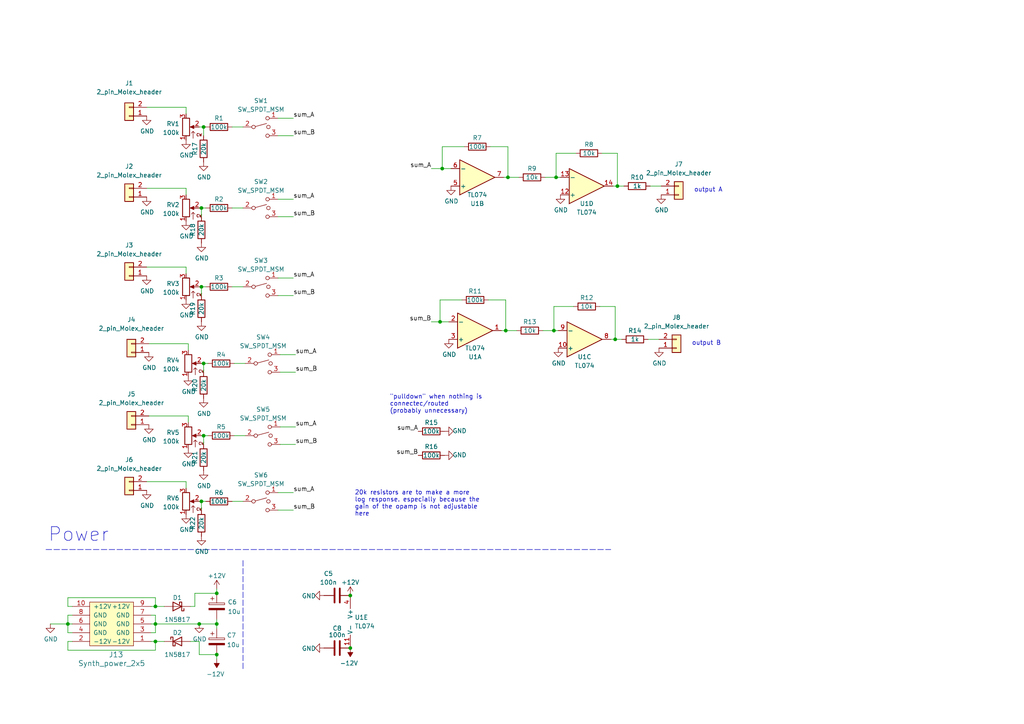
<source format=kicad_sch>
(kicad_sch (version 20211123) (generator eeschema)
  (paper "A4")
  (lib_symbols
    (symbol "Device:C" (pin_numbers hide) (pin_names (offset 0.254))
      (property "Reference" "C" (at 0.635 2.54 0))
      (property "Value" "C" (at 0.635 -2.54 0))
      (symbol "C_0_1"
        (polyline (pts (xy -2.032 -0.762) (xy 2.032 -0.762)) (stroke (width 0.508)))
        (polyline (pts (xy -2.032 0.762) (xy 2.032 0.762)) (stroke (width 0.508)))
      )
      (symbol "C_1_1"
        (pin passive line (at 0 3.81 270) (length 2.794) (name "~") (number "1"))
        (pin passive line (at 0 -3.81 90) (length 2.794) (name "~") (number "2"))
      )
    )
    (symbol "ao_symbols:1N5817" (pin_numbers hide) (pin_names (offset 1.016) hide)
      (property "Reference" "D" (at 0 2.54 0))
      (property "Value" "1N5817" (at 0 -2.54 0))
      (symbol "1N5817_0_1"
        (polyline (pts (xy 1.27 0) (xy -1.27 0)))
        (polyline (pts (xy 1.27 1.27) (xy 1.27 -1.27) (xy -1.27 0) (xy 1.27 1.27)) (stroke (width 0.254)))
        (polyline (pts (xy -1.905 0.635) (xy -1.905 1.27) (xy -1.27 1.27) (xy -1.27 -1.27) (xy -0.635 -1.27) (xy -0.635 -0.635)) (stroke (width 0.254)))
      )
      (symbol "1N5817_1_1"
        (pin passive line (at -3.81 0 0) (length 2.54) (name "K") (number "1"))
        (pin passive line (at 3.81 0 180) (length 2.54) (name "A") (number "2"))
      )
    )
    (symbol "ao_symbols:2_pin_Molex_header" (pin_names (offset 1.016) hide)
      (property "Reference" "J" (at 0 2.54 0))
      (property "Value" "2_pin_Molex_header" (at 0 -5.08 0))
      (symbol "2_pin_Molex_header_1_1"
        (rectangle (start -1.27 -2.413) (end 0 -2.667) (stroke (width 0.1524)))
        (rectangle (start -1.27 0.127) (end 0 -0.127) (stroke (width 0.1524)))
        (rectangle (start -1.27 1.27) (end 1.27 -3.81) (stroke (width 0.254)) (fill (type background)))
        (pin passive line (at -5.08 0 0) (length 3.81) (name "Pin_1") (number "1"))
        (pin passive line (at -5.08 -2.54 0) (length 3.81) (name "Pin_2") (number "2"))
      )
    )
    (symbol "ao_symbols:CP" (pin_numbers hide) (pin_names (offset 0.254))
      (property "Reference" "C" (at 0.635 2.54 0))
      (property "Value" "CP" (at 0.635 -2.54 0))
      (symbol "CP_0_1"
        (rectangle (start -2.286 0.508) (end 2.286 1.016))
        (polyline (pts (xy -1.778 2.286) (xy -0.762 2.286)))
        (polyline (pts (xy -1.27 2.794) (xy -1.27 1.778)))
        (rectangle (start 2.286 -0.508) (end -2.286 -1.016) (fill (type outline)))
      )
      (symbol "CP_1_1"
        (pin passive line (at 0 3.81 270) (length 2.794) (name "~") (number "1"))
        (pin passive line (at 0 -3.81 90) (length 2.794) (name "~") (number "2"))
      )
    )
    (symbol "ao_symbols:R" (pin_numbers hide) (pin_names (offset 0))
      (property "Reference" "R" (at 2.032 0 90))
      (property "Value" "R" (at 0 0 90))
      (symbol "R_0_1"
        (rectangle (start -1.016 -2.54) (end 1.016 2.54) (stroke (width 0.254)))
      )
      (symbol "R_1_1"
        (pin passive line (at 0 3.81 270) (length 1.27) (name "~") (number "1"))
        (pin passive line (at 0 -3.81 90) (length 1.27) (name "~") (number "2"))
      )
    )
    (symbol "ao_symbols:R_POT" (pin_names (offset 1.016) hide)
      (property "Reference" "RV" (at -4.445 0 90))
      (property "Value" "R_POT" (at -2.54 0 90))
      (symbol "R_POT_0_0"
        (text "CW" (at 3.81 -2.286 0) (effects (font (size 0.762 0.762))))
      )
      (symbol "R_POT_0_1"
        (rectangle (start -1.016 2.54) (end 1.016 -2.54) (stroke (width 0.254)))
        (polyline (pts (xy 2.032 -3.302) (xy 2.032 -1.27)) (stroke (width 0.1524)))
        (polyline (pts (xy 2.54 0) (xy 1.524 0)))
        (polyline (pts (xy 2.54 -1.778) (xy 2.032 -1.27) (xy 1.524 -1.778)) (stroke (width 0.1524)))
        (polyline (pts (xy 1.143 0) (xy 2.286 -0.508) (xy 2.286 0.508) (xy 1.143 0)) (fill (type outline)))
      )
      (symbol "R_POT_1_1"
        (pin passive line (at 0 -3.81 90) (length 1.27) (name "1") (number "1"))
        (pin passive line (at 3.81 0 180) (length 1.27) (name "2") (number "2"))
        (pin passive line (at 0 3.81 270) (length 1.27) (name "3") (number "3"))
      )
    )
    (symbol "ao_symbols:SW_SPDT_MSM" (pin_names (offset 0) hide)
      (property "Reference" "SW" (at 0 5.08 0))
      (property "Value" "SW_SPDT_MSM" (at 0 -5.08 0))
      (symbol "SW_SPDT_MSM_0_0"
        (circle (center -2.032 0) (radius 0.508))
        (polyline (pts (xy -1.524 0.127) (xy 1.778 1.016)))
        (circle (center 2.032 -2.54) (radius 0.508))
      )
      (symbol "SW_SPDT_MSM_0_1"
        (circle (center 2.032 2.54) (radius 0.508))
        (circle (center 2.286 0) (radius 0.508))
      )
      (symbol "SW_SPDT_MSM_1_1"
        (pin passive line (at 5.08 2.54 180) (length 2.54) (name "1") (number "1"))
        (pin passive line (at -5.08 0 0) (length 2.54) (name "2") (number "2"))
        (pin passive line (at 5.08 -2.54 180) (length 2.54) (name "3") (number "3"))
      )
    )
    (symbol "ao_symbols:Synth_power_2x5" (pin_names (offset 1.016))
      (property "Reference" "J" (at 0 -7.62 0))
      (property "Value" "Synth_power_2x5" (at 0 7.62 0))
      (symbol "Synth_power_2x5_0_1"
        (rectangle (start -6.35 6.35) (end 6.35 -6.35) (fill (type background)))
      )
      (symbol "Synth_power_2x5_1_1"
        (pin power_out line (at 11.43 -5.08 180) (length 5.08) (name "-12V") (number "1"))
        (pin passive line (at -11.43 5.08 0) (length 5.08) (name "+12V") (number "10"))
        (pin passive line (at -11.43 -5.08 0) (length 5.08) (name "-12V") (number "2"))
        (pin power_out line (at 11.43 -2.54 180) (length 5.08) (name "GND") (number "3"))
        (pin passive line (at -11.43 -2.54 0) (length 5.08) (name "GND") (number "4"))
        (pin passive line (at 11.43 0 180) (length 5.08) (name "GND") (number "5"))
        (pin passive line (at -11.43 0 0) (length 5.08) (name "GND") (number "6"))
        (pin passive line (at 11.43 2.54 180) (length 5.08) (name "GND") (number "7"))
        (pin passive line (at -11.43 2.54 0) (length 5.08) (name "GND") (number "8"))
        (pin power_out line (at 11.43 5.08 180) (length 5.08) (name "+12V") (number "9"))
      )
    )
    (symbol "ao_symbols:TL074" (pin_names (offset 0.127))
      (property "Reference" "U" (at 0 5.08 0))
      (property "Value" "TL074" (at 0 -5.08 0))
      (symbol "TL074_1_1"
        (polyline (pts (xy -5.08 5.08) (xy 5.08 0) (xy -5.08 -5.08) (xy -5.08 5.08)) (stroke (width 0.254)) (fill (type background)))
        (pin output line (at 7.62 0 180) (length 2.54) (name "~") (number "1"))
        (pin input line (at -7.62 -2.54 0) (length 2.54) (name "-") (number "2"))
        (pin input line (at -7.62 2.54 0) (length 2.54) (name "+") (number "3"))
      )
      (symbol "TL074_2_1"
        (polyline (pts (xy -5.08 5.08) (xy 5.08 0) (xy -5.08 -5.08) (xy -5.08 5.08)) (stroke (width 0.254)) (fill (type background)))
        (pin input line (at -7.62 2.54 0) (length 2.54) (name "+") (number "5"))
        (pin input line (at -7.62 -2.54 0) (length 2.54) (name "-") (number "6"))
        (pin output line (at 7.62 0 180) (length 2.54) (name "~") (number "7"))
      )
      (symbol "TL074_3_1"
        (polyline (pts (xy -5.08 5.08) (xy 5.08 0) (xy -5.08 -5.08) (xy -5.08 5.08)) (stroke (width 0.254)) (fill (type background)))
        (pin input line (at -7.62 2.54 0) (length 2.54) (name "+") (number "10"))
        (pin output line (at 7.62 0 180) (length 2.54) (name "~") (number "8"))
        (pin input line (at -7.62 -2.54 0) (length 2.54) (name "-") (number "9"))
      )
      (symbol "TL074_4_1"
        (polyline (pts (xy -5.08 5.08) (xy 5.08 0) (xy -5.08 -5.08) (xy -5.08 5.08)) (stroke (width 0.254)) (fill (type background)))
        (pin input line (at -7.62 2.54 0) (length 2.54) (name "+") (number "12"))
        (pin input line (at -7.62 -2.54 0) (length 2.54) (name "-") (number "13"))
        (pin output line (at 7.62 0 180) (length 2.54) (name "~") (number "14"))
      )
      (symbol "TL074_5_1"
        (pin power_in line (at -2.54 -7.62 90) (length 3.81) (name "V-") (number "11"))
        (pin power_in line (at -2.54 7.62 270) (length 3.81) (name "V+") (number "4"))
      )
    )
    (symbol "power:+12V" (power) (pin_names (offset 0))
      (property "Value" "+12V" (at 0 3.556 0))
      (symbol "+12V_0_1"
        (polyline (pts (xy -0.762 1.27) (xy 0 2.54)))
        (polyline (pts (xy 0 0) (xy 0 2.54)))
        (polyline (pts (xy 0 2.54) (xy 0.762 1.27)))
      )
      (symbol "+12V_1_1"
        (pin power_in line (at 0 0 90) (length 0) hide (name "+12V") (number "1"))
      )
    )
    (symbol "power:-12V" (power) (pin_names (offset 0))
      (property "Value" "-12V" (at 0 3.81 0))
      (symbol "-12V_0_0"
        (pin power_in line (at 0 0 90) (length 0) hide (name "-12V") (number "1"))
      )
      (symbol "-12V_0_1"
        (polyline (pts (xy 0 0) (xy 0 1.27) (xy 0.762 1.27) (xy 0 2.54) (xy -0.762 1.27) (xy 0 1.27)) (fill (type outline)))
      )
    )
    (symbol "power:GND" (power) (pin_names (offset 0))
      (property "Value" "GND" (at 0 -3.81 0))
      (symbol "GND_0_1"
        (polyline (pts (xy 0 0) (xy 0 -1.27) (xy 1.27 -1.27) (xy 0 -2.54) (xy -1.27 -1.27) (xy 0 -1.27)))
      )
      (symbol "GND_1_1"
        (pin power_in line (at 0 0 270) (length 0) hide (name "GND") (number "1"))
      )
    )
  )
  (junction (at 59.055 36.83))
  (junction (at 58.42 60.325))
  (junction (at 127.635 93.345))
  (junction (at 19.685 180.975))
  (junction (at 58.42 145.415))
  (junction (at 59.055 105.41))
  (junction (at 128.27 48.895))
  (junction (at 45.085 186.055))
  (junction (at 179.07 53.975))
  (junction (at 101.6 172.72))
  (junction (at 59.055 126.365))
  (junction (at 58.42 83.185))
  (junction (at 161.29 51.435))
  (junction (at 178.435 98.425))
  (junction (at 147.32 51.435))
  (junction (at 160.655 95.885))
  (junction (at 45.085 175.895))
  (junction (at 146.685 95.885))
  (junction (at 62.865 180.975))
  (junction (at 101.6 187.96))
  (junction (at 62.865 189.865))
  (junction (at 57.785 180.975))
  (junction (at 45.085 180.975))
  (junction (at 62.865 172.085))
  (wire (pts (xy 45.085 180.975) (xy 57.785 180.975)))
  (wire (pts (xy 54.61 122.555) (xy 54.61 120.65)))
  (wire (pts (xy 43.815 183.515) (xy 45.085 183.515)))
  (wire (pts (xy 177.8 53.975) (xy 179.07 53.975)))
  (wire (pts (xy 179.07 44.45) (xy 174.625 44.45)))
  (wire (pts (xy 80.645 147.955) (xy 85.09 147.955)))
  (wire (pts (xy 67.31 36.83) (xy 70.485 36.83)))
  (wire (pts (xy 146.685 95.885) (xy 149.86 95.885)))
  (wire (pts (xy 80.645 39.37) (xy 85.09 39.37)))
  (wire (pts (xy 19.685 188.595) (xy 45.085 188.595)))
  (wire (pts (xy 58.42 60.325) (xy 58.42 62.865)))
  (wire (pts (xy 20.955 183.515) (xy 19.685 183.515)))
  (wire (pts (xy 55.245 175.895) (xy 56.515 175.895)))
  (wire (pts (xy 19.685 178.435) (xy 19.685 180.975)))
  (wire (pts (xy 81.28 128.905) (xy 85.725 128.905)))
  (wire (pts (xy 19.685 180.975) (xy 20.955 180.975)))
  (wire (pts (xy 45.085 186.055) (xy 47.625 186.055)))
  (wire (pts (xy 53.975 54.61) (xy 42.545 54.61)))
  (wire (pts (xy 147.32 51.435) (xy 150.495 51.435)))
  (wire (pts (xy 57.785 186.055) (xy 57.785 189.865)))
  (wire (pts (xy 57.785 60.325) (xy 58.42 60.325)))
  (wire (pts (xy 147.32 42.545) (xy 142.24 42.545)))
  (wire (pts (xy 58.42 83.185) (xy 59.69 83.185)))
  (wire (pts (xy 67.31 60.325) (xy 70.485 60.325)))
  (wire (pts (xy 188.595 53.975) (xy 191.77 53.975)))
  (wire (pts (xy 62.865 179.705) (xy 62.865 180.975)))
  (wire (pts (xy 67.945 126.365) (xy 71.12 126.365)))
  (wire (pts (xy 161.29 51.435) (xy 162.56 51.435)))
  (wire (pts (xy 20.955 175.895) (xy 19.685 175.895)))
  (wire (pts (xy 158.115 51.435) (xy 161.29 51.435)))
  (wire (pts (xy 133.985 86.995) (xy 127.635 86.995)))
  (wire (pts (xy 67.31 83.185) (xy 70.485 83.185)))
  (wire (pts (xy 62.865 170.815) (xy 62.865 172.085)))
  (wire (pts (xy 58.42 105.41) (xy 59.055 105.41)))
  (wire (pts (xy 157.48 95.885) (xy 160.655 95.885)))
  (wire (pts (xy 53.975 79.375) (xy 53.975 77.47)))
  (wire (pts (xy 45.085 175.895) (xy 43.815 175.895)))
  (wire (pts (xy 81.28 123.825) (xy 85.725 123.825)))
  (wire (pts (xy 81.28 102.87) (xy 85.725 102.87)))
  (wire (pts (xy 58.42 126.365) (xy 59.055 126.365)))
  (wire (pts (xy 127.635 93.345) (xy 130.175 93.345)))
  (wire (pts (xy 58.42 145.415) (xy 58.42 147.955)))
  (wire (pts (xy 147.32 51.435) (xy 147.32 42.545)))
  (wire (pts (xy 127.635 86.995) (xy 127.635 93.345)))
  (wire (pts (xy 81.28 107.95) (xy 85.725 107.95)))
  (wire (pts (xy 59.055 105.41) (xy 60.325 105.41)))
  (wire (pts (xy 179.07 53.975) (xy 179.07 44.45)))
  (wire (pts (xy 167.005 44.45) (xy 161.29 44.45)))
  (wire (pts (xy 54.61 101.6) (xy 54.61 99.695)))
  (wire (pts (xy 45.085 183.515) (xy 45.085 180.975)))
  (wire (pts (xy 53.975 139.7) (xy 42.545 139.7)))
  (wire (pts (xy 145.415 95.885) (xy 146.685 95.885)))
  (wire (pts (xy 178.435 88.9) (xy 173.99 88.9)))
  (wire (pts (xy 146.685 95.885) (xy 146.685 86.995)))
  (wire (pts (xy 67.945 105.41) (xy 71.12 105.41)))
  (wire (pts (xy 134.62 42.545) (xy 128.27 42.545)))
  (wire (pts (xy 19.685 186.055) (xy 19.685 188.595)))
  (wire (pts (xy 53.975 31.115) (xy 42.545 31.115)))
  (wire (pts (xy 67.31 145.415) (xy 70.485 145.415)))
  (wire (pts (xy 59.055 105.41) (xy 59.055 107.95)))
  (wire (pts (xy 55.245 186.055) (xy 57.785 186.055)))
  (wire (pts (xy 53.975 33.02) (xy 53.975 31.115)))
  (polyline (pts (xy 13.335 159.385) (xy 177.165 159.385)))
  (wire (pts (xy 80.645 57.785) (xy 85.09 57.785)))
  (wire (pts (xy 179.07 53.975) (xy 180.975 53.975)))
  (wire (pts (xy 20.955 186.055) (xy 19.685 186.055)))
  (wire (pts (xy 20.955 178.435) (xy 19.685 178.435)))
  (wire (pts (xy 58.42 145.415) (xy 59.69 145.415)))
  (wire (pts (xy 62.865 189.865) (xy 62.865 191.135)))
  (wire (pts (xy 53.975 77.47) (xy 42.545 77.47)))
  (wire (pts (xy 43.815 186.055) (xy 45.085 186.055)))
  (wire (pts (xy 166.37 88.9) (xy 160.655 88.9)))
  (wire (pts (xy 128.27 48.895) (xy 130.81 48.895)))
  (wire (pts (xy 160.655 88.9) (xy 160.655 95.885)))
  (wire (pts (xy 54.61 120.65) (xy 43.18 120.65)))
  (wire (pts (xy 177.165 98.425) (xy 178.435 98.425)))
  (wire (pts (xy 80.645 34.29) (xy 85.09 34.29)))
  (wire (pts (xy 80.645 142.875) (xy 85.09 142.875)))
  (wire (pts (xy 146.685 86.995) (xy 141.605 86.995)))
  (wire (pts (xy 58.42 60.325) (xy 59.69 60.325)))
  (wire (pts (xy 43.815 178.435) (xy 45.085 178.435)))
  (wire (pts (xy 14.605 180.975) (xy 19.685 180.975)))
  (polyline (pts (xy 70.485 162.56) (xy 70.485 194.31)))
  (wire (pts (xy 59.055 36.83) (xy 59.055 39.37)))
  (wire (pts (xy 58.42 83.185) (xy 58.42 85.725)))
  (wire (pts (xy 45.085 173.355) (xy 45.085 175.895)))
  (wire (pts (xy 53.975 56.515) (xy 53.975 54.61)))
  (wire (pts (xy 19.685 173.355) (xy 45.085 173.355)))
  (wire (pts (xy 160.655 95.885) (xy 161.925 95.885)))
  (wire (pts (xy 59.055 126.365) (xy 60.325 126.365)))
  (wire (pts (xy 187.96 98.425) (xy 191.135 98.425)))
  (wire (pts (xy 146.05 51.435) (xy 147.32 51.435)))
  (wire (pts (xy 57.785 189.865) (xy 62.865 189.865)))
  (wire (pts (xy 178.435 98.425) (xy 178.435 88.9)))
  (wire (pts (xy 161.29 44.45) (xy 161.29 51.435)))
  (wire (pts (xy 45.085 188.595) (xy 45.085 186.055)))
  (wire (pts (xy 178.435 98.425) (xy 180.34 98.425)))
  (wire (pts (xy 80.645 85.725) (xy 85.09 85.725)))
  (wire (pts (xy 19.685 175.895) (xy 19.685 173.355)))
  (wire (pts (xy 125.095 93.345) (xy 127.635 93.345)))
  (wire (pts (xy 19.685 183.515) (xy 19.685 180.975)))
  (wire (pts (xy 57.785 83.185) (xy 58.42 83.185)))
  (wire (pts (xy 54.61 99.695) (xy 43.18 99.695)))
  (wire (pts (xy 56.515 172.085) (xy 62.865 172.085)))
  (wire (pts (xy 62.865 180.975) (xy 62.865 182.245)))
  (wire (pts (xy 80.645 80.645) (xy 85.09 80.645)))
  (wire (pts (xy 57.785 36.83) (xy 59.055 36.83)))
  (wire (pts (xy 56.515 175.895) (xy 56.515 172.085)))
  (wire (pts (xy 45.085 175.895) (xy 47.625 175.895)))
  (wire (pts (xy 128.27 42.545) (xy 128.27 48.895)))
  (wire (pts (xy 57.785 180.975) (xy 62.865 180.975)))
  (wire (pts (xy 43.815 180.975) (xy 45.085 180.975)))
  (wire (pts (xy 80.645 62.865) (xy 85.09 62.865)))
  (wire (pts (xy 125.095 48.895) (xy 128.27 48.895)))
  (wire (pts (xy 45.085 178.435) (xy 45.085 180.975)))
  (wire (pts (xy 53.975 141.605) (xy 53.975 139.7)))
  (wire (pts (xy 59.055 36.83) (xy 59.69 36.83)))
  (wire (pts (xy 59.055 126.365) (xy 59.055 128.905)))
  (wire (pts (xy 57.785 145.415) (xy 58.42 145.415)))
  (text "20k resistors are to make a more\nlog response. especially because the\ngain of the opamp is not adjustable\nhere" (at 102.87 149.86 0) (effects (font (size 1.27 1.27)) (justify left bottom)))
  (text "output A" (at 201.295 55.88 0) (effects (font (size 1.27 1.27)) (justify left bottom)))
  (text "output B" (at 200.66 100.33 0) (effects (font (size 1.27 1.27)) (justify left bottom)))
  (text "Power" (at 31.75 157.48 180) (effects (font (size 3.9878 3.9878)) (justify right bottom)))
  (text "\"pulldown\" when nothing is \nconnectec/routed\n(probably unnecessary)" (at 113.03 120.015 0) (effects (font (size 1.27 1.27)) (justify left bottom)))
  (label "sum_A" (at 85.725 102.87 0))
  (label "sum_A" (at 85.09 57.785 0))
  (label "sum_A" (at 121.285 125.095 180))
  (label "sum_A" (at 125.095 48.895 180))
  (label "sum_B" (at 121.285 132.08 180))
  (label "sum_A" (at 85.725 123.825 0))
  (label "sum_B" (at 125.095 93.345 180))
  (label "sum_B" (at 85.09 39.37 0))
  (label "sum_B" (at 85.09 85.725 0))
  (label "sum_B" (at 85.725 128.905 0))
  (label "sum_A" (at 85.09 80.645 0))
  (label "sum_A" (at 85.09 142.875 0))
  (label "sum_B" (at 85.725 107.95 0))
  (label "sum_B" (at 85.09 62.865 0))
  (label "sum_B" (at 85.09 147.955 0))
  (label "sum_A" (at 85.09 34.29 0))
  (symbol (lib_id "power:GND") (at 58.42 155.575 0) (unit 1)
    (property "Reference" "#PWR0103" (effects hide))
    (property "Value" "GND" (at 58.547 159.9692 0))
  )
  (symbol (lib_id "power:GND") (at 130.175 98.425 0) (unit 1)
    (property "Reference" "#PWR017" (effects hide))
    (property "Value" "GND" (at 130.302 102.8192 0))
  )
  (symbol (lib_id "ao_symbols:R") (at 58.42 89.535 180) (unit 1)
    (property "Reference" "R19" (at 55.88 89.535 90))
    (property "Value" "20k" (at 58.42 89.535 90))
    (property "Footprint" "ao_tht:R_Axial_DIN0207_L6.3mm_D2.5mm_P2.54mm_Vertical" (effects hide))
    (property "Vendor" "Tayda" (effects hide))
  )
  (symbol (lib_id "power:GND") (at 191.135 100.965 0) (unit 1)
    (property "Reference" "#PWR019" (effects hide))
    (property "Value" "GND" (at 191.262 105.3592 0))
  )
  (symbol (lib_id "ao_symbols:R") (at 58.42 151.765 180) (unit 1)
    (property "Reference" "R22" (at 55.88 151.765 90))
    (property "Value" "20k" (at 58.42 151.765 90))
    (property "Footprint" "ao_tht:R_Axial_DIN0207_L6.3mm_D2.5mm_P2.54mm_Vertical" (effects hide))
    (property "Vendor" "Tayda" (effects hide))
  )
  (symbol (lib_id "ao_symbols:R_POT") (at 53.975 36.83 0) (unit 1)
    (property "Reference" "RV1" (at 52.07 35.9155 0) (effects (justify right)))
    (property "Value" "100k" (at 52.07 38.4555 0) (effects (justify right)))
    (property "Footprint" "ao_tht:Potentiometer_Alpha_RD901F-40-00D_Single_Vertical_centered" (effects hide))
    (property "Vendor" "Tayda" (effects hide))
  )
  (symbol (lib_id "ao_symbols:TL074") (at 137.795 95.885 0) (mirror x) (unit 1)
    (property "Reference" "U1" (at 137.795 103.505 0))
    (property "Value" "TL074" (at 137.795 100.965 0))
    (property "Footprint" "ao_tht:DIP-14_W7.62mm_Socket_LongPads" (effects hide))
    (property "Vendor" "Tayda" (effects hide))
    (property "SKU" "A-1138" (effects hide))
  )
  (symbol (lib_id "ao_symbols:TL074") (at 170.18 53.975 0) (mirror x) (unit 4)
    (property "Reference" "U1" (at 170.18 59.055 0))
    (property "Value" "TL074" (at 170.18 61.595 0))
    (property "Footprint" "ao_tht:DIP-14_W7.62mm_Socket_LongPads" (effects hide))
    (property "Vendor" "Tayda" (effects hide))
    (property "SKU" "A-1138" (effects hide))
  )
  (symbol (lib_id "ao_symbols:R") (at 63.5 145.415 90) (unit 1)
    (property "Reference" "R6" (at 63.5 142.875 90))
    (property "Value" "100k" (at 63.5 145.415 90))
    (property "Footprint" "ao_tht:R_Axial_DIN0207_L6.3mm_D2.5mm_P2.54mm_Vertical" (effects hide))
    (property "Vendor" "Tayda" (effects hide))
  )
  (symbol (lib_id "ao_symbols:R") (at 63.5 60.325 90) (unit 1)
    (property "Reference" "R2" (at 63.5 57.785 90))
    (property "Value" "100k" (at 63.5 60.325 90))
    (property "Footprint" "ao_tht:R_Axial_DIN0207_L6.3mm_D2.5mm_P2.54mm_Vertical" (effects hide))
    (property "Vendor" "Tayda" (effects hide))
  )
  (symbol (lib_id "ao_symbols:2_pin_Molex_header") (at 38.1 123.19 180) (unit 1)
    (property "Reference" "J5" (at 38.1 114.3 0))
    (property "Value" "2_pin_Molex_header" (at 38.1 116.84 0))
    (property "Footprint" "ao_tht:Molex_KK-254_AE-6410-02A_1x02_P2.54mm_Vertical" (effects hide))
    (property "Vendor" "Tayda" (effects hide))
    (property "SKU" "A-804" (effects hide))
  )
  (symbol (lib_id "ao_symbols:SW_SPDT_MSM") (at 75.565 60.325 0) (unit 1)
    (property "Reference" "SW2" (at 75.692 52.705 0))
    (property "Value" "SW_SPDT_MSM" (at 75.692 55.245 0))
    (property "Footprint" "ao_tht:SPDT-toggle-switch-1M-series" (effects hide))
    (property "Vendor" "Tayda" (effects hide))
    (property "SKU" "A-3187" (effects hide))
  )
  (symbol (lib_id "power:GND") (at 128.905 132.08 90) (unit 1)
    (property "Reference" "#PWR0101" (effects hide))
    (property "Value" "GND" (at 133.2992 131.953 90))
  )
  (symbol (lib_id "power:GND") (at 58.42 93.345 0) (unit 1)
    (property "Reference" "#PWR0106" (effects hide))
    (property "Value" "GND" (at 58.547 97.7392 0))
  )
  (symbol (lib_id "ao_symbols:R") (at 125.095 132.08 90) (unit 1)
    (property "Reference" "R16" (at 125.095 129.54 90))
    (property "Value" "100k" (at 125.095 132.08 90))
    (property "Footprint" "ao_tht:R_Axial_DIN0207_L6.3mm_D2.5mm_P2.54mm_Vertical" (effects hide))
    (property "Vendor" "Tayda" (effects hide))
  )
  (symbol (lib_id "power:GND") (at 57.785 180.975 0) (unit 1)
    (property "Reference" "#PWR029" (effects hide))
    (property "Value" "GND" (at 57.912 185.3692 0))
  )
  (symbol (lib_id "ao_symbols:1N5817") (at 51.435 175.895 180) (unit 1)
    (property "Reference" "D1" (at 51.435 173.355 0))
    (property "Value" "1N5817" (at 51.435 179.705 0))
    (property "Footprint" "ao_tht:D_DO-41_SOD81_P10.16mm_Horizontal" (effects hide))
    (property "Vendor" "Tayda" (effects hide))
    (property "SKU" "A-159" (effects hide))
  )
  (symbol (lib_id "ao_symbols:R_POT") (at 53.975 60.325 0) (unit 1)
    (property "Reference" "RV2" (at 52.07 59.4105 0) (effects (justify right)))
    (property "Value" "100k" (at 52.07 61.9505 0) (effects (justify right)))
    (property "Footprint" "ao_tht:Potentiometer_Alpha_RD901F-40-00D_Single_Vertical_centered" (effects hide))
    (property "Vendor" "Tayda" (effects hide))
  )
  (symbol (lib_id "power:GND") (at 130.81 53.975 0) (unit 1)
    (property "Reference" "#PWR010" (effects hide))
    (property "Value" "GND" (at 130.937 58.3692 0))
  )
  (symbol (lib_id "ao_symbols:R") (at 125.095 125.095 90) (unit 1)
    (property "Reference" "R15" (at 125.095 122.555 90))
    (property "Value" "100k" (at 125.095 125.095 90))
    (property "Footprint" "ao_tht:R_Axial_DIN0207_L6.3mm_D2.5mm_P2.54mm_Vertical" (effects hide))
    (property "Vendor" "Tayda" (effects hide))
  )
  (symbol (lib_id "power:GND") (at 93.98 172.72 270) (unit 1)
    (property "Reference" "#PWR026" (effects hide))
    (property "Value" "GND" (at 89.5858 172.847 90))
  )
  (symbol (lib_id "ao_symbols:SW_SPDT_MSM") (at 75.565 83.185 0) (unit 1)
    (property "Reference" "SW3" (at 75.692 75.565 0))
    (property "Value" "SW_SPDT_MSM" (at 75.692 78.105 0))
    (property "Footprint" "ao_tht:SPDT-toggle-switch-1M-series" (effects hide))
    (property "Vendor" "Tayda" (effects hide))
    (property "SKU" "A-3187" (effects hide))
  )
  (symbol (lib_id "ao_symbols:SW_SPDT_MSM") (at 76.2 126.365 0) (unit 1)
    (property "Reference" "SW5" (at 76.327 118.745 0))
    (property "Value" "SW_SPDT_MSM" (at 76.327 121.285 0))
    (property "Footprint" "ao_tht:SPDT-toggle-switch-1M-series" (effects hide))
    (property "Vendor" "Tayda" (effects hide))
    (property "SKU" "A-3187" (effects hide))
  )
  (symbol (lib_id "power:GND") (at 58.42 70.485 0) (unit 1)
    (property "Reference" "#PWR0108" (effects hide))
    (property "Value" "GND" (at 58.547 74.8792 0))
  )
  (symbol (lib_id "power:GND") (at 14.605 180.975 0) (unit 1)
    (property "Reference" "#PWR028" (effects hide))
    (property "Value" "GND" (at 14.732 185.3692 0))
  )
  (symbol (lib_id "ao_symbols:R_POT") (at 53.975 145.415 0) (unit 1)
    (property "Reference" "RV6" (at 52.07 144.5005 0) (effects (justify right)))
    (property "Value" "100k" (at 52.07 147.0405 0) (effects (justify right)))
    (property "Footprint" "ao_tht:Potentiometer_Alpha_RD901F-40-00D_Single_Vertical_centered" (effects hide))
    (property "Vendor" "Tayda" (effects hide))
  )
  (symbol (lib_id "ao_symbols:2_pin_Molex_header") (at 38.1 102.235 180) (unit 1)
    (property "Reference" "J4" (at 38.1 92.71 0))
    (property "Value" "2_pin_Molex_header" (at 38.1 95.25 0))
    (property "Footprint" "ao_tht:Molex_KK-254_AE-6410-02A_1x02_P2.54mm_Vertical" (effects hide))
    (property "Vendor" "Tayda" (effects hide))
    (property "SKU" "A-804" (effects hide))
  )
  (symbol (lib_id "power:GND") (at 42.545 57.15 0) (unit 1)
    (property "Reference" "#PWR09" (effects hide))
    (property "Value" "GND" (at 42.672 61.5442 0))
  )
  (symbol (lib_id "ao_symbols:R") (at 137.795 86.995 90) (unit 1)
    (property "Reference" "R11" (at 137.795 84.455 90))
    (property "Value" "100k" (at 137.795 86.995 90))
    (property "Footprint" "ao_tht:R_Axial_DIN0207_L6.3mm_D2.5mm_P2.54mm_Vertical" (effects hide))
    (property "Vendor" "Tayda" (effects hide))
  )
  (symbol (lib_id "ao_symbols:SW_SPDT_MSM") (at 75.565 145.415 0) (unit 1)
    (property "Reference" "SW6" (at 75.692 137.795 0))
    (property "Value" "SW_SPDT_MSM" (at 75.692 140.335 0))
    (property "Footprint" "ao_tht:SPDT-toggle-switch-1M-series" (effects hide))
    (property "Vendor" "Tayda" (effects hide))
    (property "SKU" "A-3187" (effects hide))
  )
  (symbol (lib_id "ao_symbols:R") (at 64.135 105.41 90) (unit 1)
    (property "Reference" "R4" (at 64.135 102.87 90))
    (property "Value" "100k" (at 64.135 105.41 90))
    (property "Footprint" "ao_tht:R_Axial_DIN0207_L6.3mm_D2.5mm_P2.54mm_Vertical" (effects hide))
    (property "Vendor" "Tayda" (effects hide))
  )
  (symbol (lib_id "ao_symbols:R") (at 59.055 132.715 180) (unit 1)
    (property "Reference" "R21" (at 56.515 132.715 90))
    (property "Value" "20k" (at 59.055 132.715 90))
    (property "Footprint" "ao_tht:R_Axial_DIN0207_L6.3mm_D2.5mm_P2.54mm_Vertical" (effects hide))
    (property "Vendor" "Tayda" (effects hide))
  )
  (symbol (lib_id "ao_symbols:R") (at 63.5 83.185 90) (unit 1)
    (property "Reference" "R3" (at 63.5 80.645 90))
    (property "Value" "100k" (at 63.5 83.185 90))
    (property "Footprint" "ao_tht:R_Axial_DIN0207_L6.3mm_D2.5mm_P2.54mm_Vertical" (effects hide))
    (property "Vendor" "Tayda" (effects hide))
  )
  (symbol (lib_id "ao_symbols:2_pin_Molex_header") (at 196.215 100.965 0) (mirror x) (unit 1)
    (property "Reference" "J8" (at 196.215 92.075 0))
    (property "Value" "2_pin_Molex_header" (at 196.215 94.615 0))
    (property "Footprint" "ao_tht:Molex_KK-254_AE-6410-02A_1x02_P2.54mm_Vertical" (effects hide))
    (property "Vendor" "Tayda" (effects hide))
    (property "SKU" "A-804" (effects hide))
  )
  (symbol (lib_id "power:GND") (at 59.055 46.99 0) (unit 1)
    (property "Reference" "#PWR0104" (effects hide))
    (property "Value" "GND" (at 59.182 51.3842 0))
  )
  (symbol (lib_id "power:GND") (at 162.56 56.515 0) (unit 1)
    (property "Reference" "#PWR011" (effects hide))
    (property "Value" "GND" (at 162.687 60.9092 0))
  )
  (symbol (lib_id "ao_symbols:R") (at 59.055 43.18 180) (unit 1)
    (property "Reference" "R17" (at 56.515 43.18 90))
    (property "Value" "20k" (at 59.055 43.18 90))
    (property "Footprint" "ao_tht:R_Axial_DIN0207_L6.3mm_D2.5mm_P2.54mm_Vertical" (effects hide))
    (property "Vendor" "Tayda" (effects hide))
  )
  (symbol (lib_id "ao_symbols:R") (at 63.5 36.83 90) (unit 1)
    (property "Reference" "R1" (at 63.5 34.29 90))
    (property "Value" "100k" (at 63.5 36.83 90))
    (property "Footprint" "ao_tht:R_Axial_DIN0207_L6.3mm_D2.5mm_P2.54mm_Vertical" (effects hide))
    (property "Vendor" "Tayda" (effects hide))
  )
  (symbol (lib_id "power:GND") (at 54.61 109.22 0) (unit 1)
    (property "Reference" "#PWR020" (effects hide))
    (property "Value" "GND" (at 54.737 113.6142 0))
  )
  (symbol (lib_id "power:GND") (at 42.545 33.655 0) (unit 1)
    (property "Reference" "#PWR07" (effects hide))
    (property "Value" "GND" (at 42.672 38.0492 0))
  )
  (symbol (lib_id "ao_symbols:R_POT") (at 54.61 126.365 0) (unit 1)
    (property "Reference" "RV5" (at 52.07 125.4505 0) (effects (justify right)))
    (property "Value" "100k" (at 52.07 127.9905 0) (effects (justify right)))
    (property "Footprint" "ao_tht:Potentiometer_Alpha_RD901F-40-00D_Single_Vertical_centered" (effects hide))
    (property "Vendor" "Tayda" (effects hide))
  )
  (symbol (lib_id "ao_symbols:2_pin_Molex_header") (at 37.465 33.655 180) (unit 1)
    (property "Reference" "J1" (at 37.465 24.13 0))
    (property "Value" "2_pin_Molex_header" (at 37.465 26.67 0))
    (property "Footprint" "ao_tht:Molex_KK-254_AE-6410-02A_1x02_P2.54mm_Vertical" (effects hide))
    (property "Vendor" "Tayda" (effects hide))
    (property "SKU" "A-804" (effects hide))
  )
  (symbol (lib_id "power:GND") (at 42.545 80.01 0) (unit 1)
    (property "Reference" "#PWR014" (effects hide))
    (property "Value" "GND" (at 42.672 84.4042 0))
  )
  (symbol (lib_id "ao_symbols:R_POT") (at 54.61 105.41 0) (unit 1)
    (property "Reference" "RV4" (at 52.07 104.4955 0) (effects (justify right)))
    (property "Value" "100k" (at 52.07 107.0355 0) (effects (justify right)))
    (property "Footprint" "ao_tht:Potentiometer_Alpha_RD901F-40-00D_Single_Vertical_centered" (effects hide))
    (property "Vendor" "Tayda" (effects hide))
  )
  (symbol (lib_id "ao_symbols:SW_SPDT_MSM") (at 75.565 36.83 0) (unit 1)
    (property "Reference" "SW1" (at 75.692 29.21 0))
    (property "Value" "SW_SPDT_MSM" (at 75.692 31.75 0))
    (property "Footprint" "ao_tht:SPDT-toggle-switch-1M-series" (effects hide))
    (property "Vendor" "Tayda" (effects hide))
    (property "SKU" "A-3187" (effects hide))
  )
  (symbol (lib_id "ao_symbols:TL074") (at 169.545 98.425 0) (mirror x) (unit 3)
    (property "Reference" "U1" (at 169.545 103.505 0))
    (property "Value" "TL074" (at 169.545 106.045 0))
    (property "Footprint" "ao_tht:DIP-14_W7.62mm_Socket_LongPads" (effects hide))
    (property "Vendor" "Tayda" (effects hide))
    (property "SKU" "A-1138" (effects hide))
  )
  (symbol (lib_id "power:GND") (at 53.975 149.225 0) (unit 1)
    (property "Reference" "#PWR024" (effects hide))
    (property "Value" "GND" (at 54.102 153.6192 0))
  )
  (symbol (lib_id "ao_symbols:CP") (at 62.865 175.895 0) (unit 1)
    (property "Reference" "C6" (at 66.04 174.625 0) (effects (justify left)))
    (property "Value" "10u" (at 66.04 177.4001 0) (effects (justify left)))
    (property "Footprint" "ao_tht:CP_Radial_horizontalflat_D5mm_P2.50mm_H10mm_south" (effects hide))
    (property "Vendor" "Tayda" (effects hide))
  )
  (symbol (lib_id "ao_symbols:SW_SPDT_MSM") (at 76.2 105.41 0) (unit 1)
    (property "Reference" "SW4" (at 76.327 97.79 0))
    (property "Value" "SW_SPDT_MSM" (at 76.327 100.33 0))
    (property "Footprint" "ao_tht:SPDT-toggle-switch-1M-series" (effects hide))
    (property "Vendor" "Tayda" (effects hide))
    (property "SKU" "A-3187" (effects hide))
  )
  (symbol (lib_id "power:GND") (at 191.77 56.515 0) (unit 1)
    (property "Reference" "#PWR012" (effects hide))
    (property "Value" "GND" (at 191.897 60.9092 0))
  )
  (symbol (lib_id "ao_symbols:R") (at 153.67 95.885 90) (unit 1)
    (property "Reference" "R13" (at 153.67 93.345 90))
    (property "Value" "10k" (at 153.67 95.885 90))
    (property "Footprint" "ao_tht:R_Axial_DIN0207_L6.3mm_D2.5mm_P2.54mm_Vertical" (effects hide))
    (property "Vendor" "Tayda" (effects hide))
  )
  (symbol (lib_id "ao_symbols:2_pin_Molex_header") (at 196.85 56.515 0) (mirror x) (unit 1)
    (property "Reference" "J7" (at 196.85 47.625 0))
    (property "Value" "2_pin_Molex_header" (at 196.85 50.165 0))
    (property "Footprint" "ao_tht:Molex_KK-254_AE-6410-02A_1x02_P2.54mm_Vertical" (effects hide))
    (property "Vendor" "Tayda" (effects hide))
    (property "SKU" "A-804" (effects hide))
  )
  (symbol (lib_id "Device:C") (at 97.79 172.72 90) (unit 1)
    (property "Reference" "C5" (at 95.25 166.37 90))
    (property "Value" "100n" (at 95.25 168.91 90))
    (property "Footprint" "ao_tht:C_Disc_D3.0mm_W1.6mm_P2.50mm" (effects hide))
    (property "tayda" "https://www.taydaelectronics.com/capacitors/polyester-film-box-type-capacitors/1000pf-100v-5-kemet-polyester-film-box-type-capacitor.html" (effects hide))
  )
  (symbol (lib_id "power:GND") (at 53.975 64.135 0) (unit 1)
    (property "Reference" "#PWR013" (effects hide))
    (property "Value" "GND" (at 54.102 68.5292 0))
  )
  (symbol (lib_id "ao_symbols:R") (at 64.135 126.365 90) (unit 1)
    (property "Reference" "R5" (at 64.135 123.825 90))
    (property "Value" "100k" (at 64.135 126.365 90))
    (property "Footprint" "ao_tht:R_Axial_DIN0207_L6.3mm_D2.5mm_P2.54mm_Vertical" (effects hide))
    (property "Vendor" "Tayda" (effects hide))
  )
  (symbol (lib_id "power:GND") (at 53.975 86.995 0) (unit 1)
    (property "Reference" "#PWR015" (effects hide))
    (property "Value" "GND" (at 54.102 91.3892 0))
  )
  (symbol (lib_id "ao_symbols:R") (at 154.305 51.435 90) (unit 1)
    (property "Reference" "R9" (at 154.305 48.895 90))
    (property "Value" "10k" (at 154.305 51.435 90))
    (property "Footprint" "ao_tht:R_Axial_DIN0207_L6.3mm_D2.5mm_P2.54mm_Vertical" (effects hide))
    (property "Vendor" "Tayda" (effects hide))
  )
  (symbol (lib_id "ao_symbols:R") (at 58.42 66.675 180) (unit 1)
    (property "Reference" "R18" (at 55.88 66.675 90))
    (property "Value" "20k" (at 58.42 66.675 90))
    (property "Footprint" "ao_tht:R_Axial_DIN0207_L6.3mm_D2.5mm_P2.54mm_Vertical" (effects hide))
    (property "Vendor" "Tayda" (effects hide))
  )
  (symbol (lib_id "power:GND") (at 161.925 100.965 0) (unit 1)
    (property "Reference" "#PWR018" (effects hide))
    (property "Value" "GND" (at 162.052 105.3592 0))
  )
  (symbol (lib_id "ao_symbols:R") (at 170.815 44.45 90) (unit 1)
    (property "Reference" "R8" (at 170.815 41.91 90))
    (property "Value" "10k" (at 170.815 44.45 90))
    (property "Footprint" "ao_tht:R_Axial_DIN0207_L6.3mm_D2.5mm_P2.54mm_Vertical" (effects hide))
    (property "Vendor" "Tayda" (effects hide))
  )
  (symbol (lib_id "ao_symbols:Synth_power_2x5") (at 32.385 180.975 0) (unit 1)
    (property "Reference" "J13" (at 33.655 189.865 0) (effects (font (size 1.524 1.524))))
    (property "Value" "Synth_power_2x5" (at 32.385 192.405 0) (effects (font (size 1.524 1.524))))
    (property "Footprint" "ao_tht:Power_Header" (effects hide))
    (property "Vendor" "Tayda" (effects hide))
    (property "SKU" "A-2939" (effects hide))
  )
  (symbol (lib_id "ao_symbols:TL074") (at 104.14 180.34 0) (unit 5)
    (property "Reference" "U1" (at 102.87 179.0699 0) (effects (justify left)))
    (property "Value" "TL074" (at 102.87 181.6099 0) (effects (justify left)))
    (property "Footprint" "ao_tht:DIP-14_W7.62mm_Socket_LongPads" (effects hide))
    (property "Vendor" "Tayda" (effects hide))
    (property "SKU" "A-1138" (effects hide))
  )
  (symbol (lib_id "ao_symbols:R_POT") (at 53.975 83.185 0) (unit 1)
    (property "Reference" "RV3" (at 52.07 82.2705 0) (effects (justify right)))
    (property "Value" "100k" (at 52.07 84.8105 0) (effects (justify right)))
    (property "Footprint" "ao_tht:Potentiometer_Alpha_RD901F-40-00D_Single_Vertical_centered" (effects hide))
    (property "Vendor" "Tayda" (effects hide))
  )
  (symbol (lib_id "ao_symbols:R") (at 184.15 98.425 90) (unit 1)
    (property "Reference" "R14" (at 184.15 95.885 90))
    (property "Value" "1k" (at 184.15 98.425 90))
    (property "Footprint" "ao_tht:R_Axial_DIN0207_L6.3mm_D2.5mm_P2.54mm_Vertical" (effects hide))
    (property "Vendor" "Tayda" (effects hide))
  )
  (symbol (lib_id "power:-12V") (at 62.865 191.135 180) (unit 1)
    (property "Reference" "#PWR032" (effects hide))
    (property "Value" "-12V" (at 62.484 195.5292 0))
  )
  (symbol (lib_id "ao_symbols:2_pin_Molex_header") (at 37.465 57.15 180) (unit 1)
    (property "Reference" "J2" (at 37.465 48.26 0))
    (property "Value" "2_pin_Molex_header" (at 37.465 50.8 0))
    (property "Footprint" "ao_tht:Molex_KK-254_AE-6410-02A_1x02_P2.54mm_Vertical" (effects hide))
    (property "Vendor" "Tayda" (effects hide))
    (property "SKU" "A-804" (effects hide))
  )
  (symbol (lib_id "Device:C") (at 97.79 187.96 90) (unit 1)
    (property "Reference" "C8" (at 97.79 182.245 90))
    (property "Value" "100n" (at 97.79 184.15 90))
    (property "Footprint" "ao_tht:C_Disc_D3.0mm_W1.6mm_P2.50mm" (effects hide))
    (property "tayda" "https://www.taydaelectronics.com/capacitors/polyester-film-box-type-capacitors/1000pf-100v-5-kemet-polyester-film-box-type-capacitor.html" (effects hide))
  )
  (symbol (lib_id "ao_symbols:R") (at 138.43 42.545 90) (unit 1)
    (property "Reference" "R7" (at 138.43 40.005 90))
    (property "Value" "100k" (at 138.43 42.545 90))
    (property "Footprint" "ao_tht:R_Axial_DIN0207_L6.3mm_D2.5mm_P2.54mm_Vertical" (effects hide))
    (property "Vendor" "Tayda" (effects hide))
  )
  (symbol (lib_id "power:GND") (at 42.545 142.24 0) (unit 1)
    (property "Reference" "#PWR023" (effects hide))
    (property "Value" "GND" (at 42.672 146.6342 0))
  )
  (symbol (lib_id "power:GND") (at 59.055 115.57 0) (unit 1)
    (property "Reference" "#PWR0107" (effects hide))
    (property "Value" "GND" (at 59.182 119.9642 0))
  )
  (symbol (lib_id "ao_symbols:R") (at 59.055 111.76 180) (unit 1)
    (property "Reference" "R20" (at 56.515 111.76 90))
    (property "Value" "20k" (at 59.055 111.76 90))
    (property "Footprint" "ao_tht:R_Axial_DIN0207_L6.3mm_D2.5mm_P2.54mm_Vertical" (effects hide))
    (property "Vendor" "Tayda" (effects hide))
  )
  (symbol (lib_id "ao_symbols:CP") (at 62.865 186.055 0) (unit 1)
    (property "Reference" "C7" (at 65.786 184.2575 0) (effects (justify left)))
    (property "Value" "10u" (at 65.786 187.0326 0) (effects (justify left)))
    (property "Footprint" "ao_tht:CP_Radial_horizontalflat_D5mm_P2.50mm_H10mm_south" (effects hide))
    (property "Vendor" "Tayda" (effects hide))
  )
  (symbol (lib_id "power:GND") (at 43.18 123.19 0) (unit 1)
    (property "Reference" "#PWR021" (effects hide))
    (property "Value" "GND" (at 43.307 127.5842 0))
  )
  (symbol (lib_id "ao_symbols:R") (at 184.785 53.975 90) (unit 1)
    (property "Reference" "R10" (at 184.785 51.435 90))
    (property "Value" "1k" (at 184.785 53.975 90))
    (property "Footprint" "ao_tht:R_Axial_DIN0207_L6.3mm_D2.5mm_P2.54mm_Vertical" (effects hide))
    (property "Vendor" "Tayda" (effects hide))
  )
  (symbol (lib_id "ao_symbols:1N5817") (at 51.435 186.055 0) (unit 1)
    (property "Reference" "D2" (at 51.435 183.515 0))
    (property "Value" "1N5817" (at 51.435 189.865 0))
    (property "Footprint" "ao_tht:D_DO-41_SOD81_P10.16mm_Horizontal" (effects hide))
    (property "Vendor" "Tayda" (effects hide))
    (property "SKU" "A-159" (effects hide))
  )
  (symbol (lib_id "power:GND") (at 128.905 125.095 90) (unit 1)
    (property "Reference" "#PWR0102" (effects hide))
    (property "Value" "GND" (at 133.2992 124.968 90))
  )
  (symbol (lib_id "power:GND") (at 43.18 102.235 0) (unit 1)
    (property "Reference" "#PWR016" (effects hide))
    (property "Value" "GND" (at 43.307 106.6292 0))
  )
  (symbol (lib_id "ao_symbols:2_pin_Molex_header") (at 37.465 142.24 180) (unit 1)
    (property "Reference" "J6" (at 37.465 133.35 0))
    (property "Value" "2_pin_Molex_header" (at 37.465 135.89 0))
    (property "Footprint" "ao_tht:Molex_KK-254_AE-6410-02A_1x02_P2.54mm_Vertical" (effects hide))
    (property "Vendor" "Tayda" (effects hide))
    (property "SKU" "A-804" (effects hide))
  )
  (symbol (lib_id "ao_symbols:TL074") (at 138.43 51.435 0) (mirror x) (unit 2)
    (property "Reference" "U1" (at 138.43 59.055 0))
    (property "Value" "TL074" (at 138.43 56.515 0))
    (property "Footprint" "ao_tht:DIP-14_W7.62mm_Socket_LongPads" (effects hide))
    (property "Vendor" "Tayda" (effects hide))
    (property "SKU" "A-1138" (effects hide))
  )
  (symbol (lib_id "ao_symbols:R") (at 170.18 88.9 90) (unit 1)
    (property "Reference" "R12" (at 170.18 86.36 90))
    (property "Value" "10k" (at 170.18 88.9 90))
    (property "Footprint" "ao_tht:R_Axial_DIN0207_L6.3mm_D2.5mm_P2.54mm_Vertical" (effects hide))
    (property "Vendor" "Tayda" (effects hide))
  )
  (symbol (lib_id "power:GND") (at 54.61 130.175 0) (unit 1)
    (property "Reference" "#PWR022" (effects hide))
    (property "Value" "GND" (at 54.737 134.5692 0))
  )
  (symbol (lib_id "power:-12V") (at 101.6 187.96 180) (unit 1)
    (property "Reference" "#PWR031" (effects hide))
    (property "Value" "-12V" (at 101.219 192.3542 0))
  )
  (symbol (lib_id "power:GND") (at 53.975 40.64 0) (unit 1)
    (property "Reference" "#PWR08" (effects hide))
    (property "Value" "GND" (at 54.102 45.0342 0))
  )
  (symbol (lib_id "power:+12V") (at 62.865 170.815 0) (unit 1)
    (property "Reference" "#PWR025" (effects hide))
    (property "Value" "+12V" (at 62.865 167.005 0))
  )
  (symbol (lib_id "ao_symbols:2_pin_Molex_header") (at 37.465 80.01 180) (unit 1)
    (property "Reference" "J3" (at 37.465 71.12 0))
    (property "Value" "2_pin_Molex_header" (at 37.465 73.66 0))
    (property "Footprint" "ao_tht:Molex_KK-254_AE-6410-02A_1x02_P2.54mm_Vertical" (effects hide))
    (property "Vendor" "Tayda" (effects hide))
    (property "SKU" "A-804" (effects hide))
  )
  (symbol (lib_id "power:+12V") (at 101.6 172.72 0) (unit 1)
    (property "Reference" "#PWR027" (effects hide))
    (property "Value" "+12V" (at 101.6 168.91 0))
  )
  (symbol (lib_id "power:GND") (at 59.055 136.525 0) (unit 1)
    (property "Reference" "#PWR0105" (effects hide))
    (property "Value" "GND" (at 59.182 140.9192 0))
  )
  (symbol (lib_id "power:GND") (at 93.98 187.96 270) (unit 1)
    (property "Reference" "#PWR030" (effects hide))
    (property "Value" "GND" (at 89.5858 188.087 90))
  )
)
</source>
